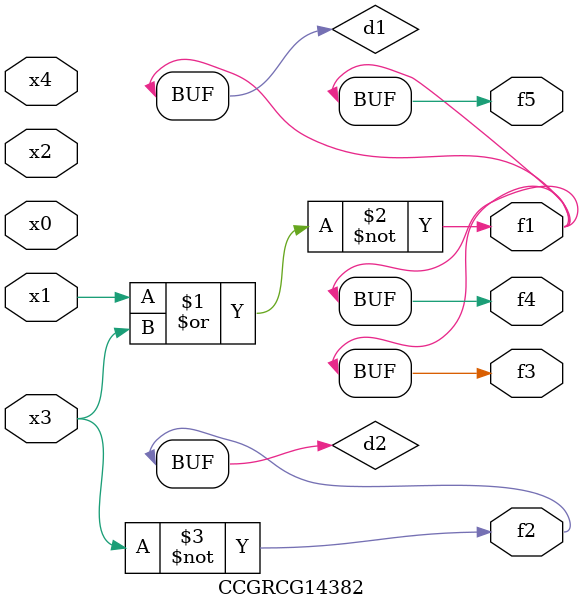
<source format=v>
module CCGRCG14382(
	input x0, x1, x2, x3, x4,
	output f1, f2, f3, f4, f5
);

	wire d1, d2;

	nor (d1, x1, x3);
	not (d2, x3);
	assign f1 = d1;
	assign f2 = d2;
	assign f3 = d1;
	assign f4 = d1;
	assign f5 = d1;
endmodule

</source>
